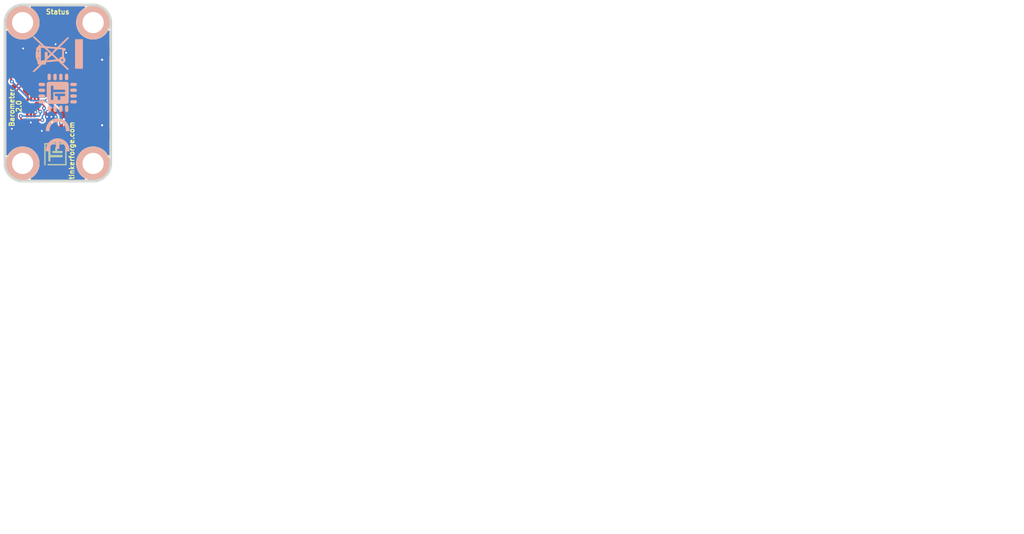
<source format=kicad_pcb>
(kicad_pcb (version 20221018) (generator pcbnew)
  (title_block (title "Barometric Pressure Bricklet") (date "2017-09-14") (rev "2.0") (company "Tinkerforge GmbH") (comment 1 "Licensed under CERN OHL v.1.1") (comment 2 "Copyright (©) 2017, L.Lauer <lukas@tinkerforge.com>"))
  (layers (0 "F.Cu" signal "Vorderseite") (31 "B.Cu" signal "Rückseite") (34 "B.Paste" user) (35 "F.Paste" user) (36 "B.SilkS" user "B.Silkscreen") (37 "F.SilkS" user "F.Silkscreen") (38 "B.Mask" user) (39 "F.Mask" user) (44 "Edge.Cuts" user))
  (net 0 "")
  (net 1 "GND")
  (net 2 "VCC")
  (net 3 "Net-(P1-Pad6)")
  (net 4 "Net-(C1-Pad1)")
  (net 5 "Net-(D1-Pad2)")
  (net 6 "Net-(P1-Pad4)")
  (net 7 "Net-(P1-Pad5)")
  (net 8 "Net-(P2-Pad1)")
  (net 9 "Net-(R1-Pad1)")
  (net 10 "S-MISO")
  (net 11 "S-MOSI")
  (net 12 "S-CLK")
  (net 13 "S-CS")
  (net 14 "M-MISO")
  (net 15 "M-MOSI")
  (net 16 "M-CLK")
  (net 17 "M-CS")
  (net 18 "Net-(RP2-Pad5)")
  (net 19 "Net-(RP2-Pad6)")
  (net 20 "Net-(RP2-Pad7)")
  (net 21 "Net-(RP2-Pad8)")
  (net 22 "Net-(P3-Pad2)")
  (net 23 "INT")
  (footprint "kicad-libraries:Logo_31x31" (layer "F.Cu") (at 145.9 113.4 90)
    (fp_text reference "G***" hide)
    (fp_text value "Logo_31x31" hide)
  )
  (footprint "kicad-libraries:Fiducial_Mark" (layer "F.Cu") (at 149.3 95.6)
    (fp_text reference "Fiducial_Mark" hide)
    (fp_text value "VAL**" hide)
    (pad "1" smd circle (at 0 0) (size 1.00076 1.00076) (layers "F.Cu" "F.Paste" "F.Mask") (clearance 0.65024))
  )
  (footprint "kicad-libraries:Fiducial_Mark" (layer "F.Cu") (at 147.3 114.6)
    (fp_text reference "Fiducial_Mark" hide)
    (fp_text value "VAL**" hide)
    (pad "1" smd circle (at 0 0) (size 1.00076 1.00076) (layers "F.Cu" "F.Paste" "F.Mask") (clearance 0.65024))
  )
  (footprint "kicad-libraries:DEBUG_PAD" (layer "F.Cu") (at 141.62 102.22)
    (fp_text reference "P2")
    (fp_text value "CONN_01X01")
    (pad "1" smd circle (at 0 0) (size 0.7 0.7) (layers "F.Cu" "F.Paste" "F.Mask") (net 8 "Net-(P2-Pad1)"))
  )
  (footprint "kicad-libraries:QFN24-4x4mm-0.5mm" (layer "F.Cu") (at 144.3 100.1 -135)
    (fp_text reference "U1")
    (fp_text value "XMC11XX24")
    (pad "1" smd oval (at -2.025 -1.25 225) (size 1 0.3) (layers "F.Cu" "F.Paste" "F.Mask") (net 10 "S-MISO"))
    (pad "2" smd oval (at -2.025 -0.75 225) (size 1 0.3) (layers "F.Cu" "F.Paste" "F.Mask"))
    (pad "3" smd oval (at -2.025 -0.25 225) (size 1 0.3) (layers "F.Cu" "F.Paste" "F.Mask"))
    (pad "4" smd oval (at -2.025 0.25 225) (size 1 0.3) (layers "F.Cu" "F.Paste" "F.Mask") (net 22 "Net-(P3-Pad2)"))
    (pad "5" smd oval (at -2.025 0.75 225) (size 1 0.3) (layers "F.Cu" "F.Paste" "F.Mask"))
    (pad "6" smd oval (at -2.025 1.25 225) (size 1 0.3) (layers "F.Cu" "F.Paste" "F.Mask"))
    (pad "7" smd oval (at -1.25 2.025 315) (size 1 0.3) (layers "F.Cu" "F.Paste" "F.Mask") (net 9 "Net-(R1-Pad1)"))
    (pad "8" smd oval (at -0.75 2.025 315) (size 1 0.3) (layers "F.Cu" "F.Paste" "F.Mask"))
    (pad "9" smd oval (at -0.25 2.025 315) (size 1 0.3) (layers "F.Cu" "F.Paste" "F.Mask") (net 1 "GND"))
    (pad "10" smd oval (at 0.25 2.025 315) (size 1 0.3) (layers "F.Cu" "F.Paste" "F.Mask") (net 2 "VCC"))
    (pad "11" smd oval (at 0.75 2.025 315) (size 1 0.3) (layers "F.Cu" "F.Paste" "F.Mask"))
    (pad "12" smd oval (at 1.25 2.025 315) (size 1 0.3) (layers "F.Cu" "F.Paste" "F.Mask"))
    (pad "13" smd oval (at 2.025 1.25 225) (size 1 0.3) (layers "F.Cu" "F.Paste" "F.Mask"))
    (pad "14" smd oval (at 2.025 0.75 225) (size 1 0.3) (layers "F.Cu" "F.Paste" "F.Mask"))
    (pad "15" smd oval (at 2.025 0.25 225) (size 1 0.3) (layers "F.Cu" "F.Paste" "F.Mask") (net 8 "Net-(P2-Pad1)"))
    (pad "16" smd oval (at 2.025 -0.25 225) (size 1 0.3) (layers "F.Cu" "F.Paste" "F.Mask") (net 23 "INT"))
    (pad "17" smd oval (at 2.025 -0.75 225) (size 1 0.3) (layers "F.Cu" "F.Paste" "F.Mask") (net 21 "Net-(RP2-Pad8)"))
    (pad "18" smd oval (at 2.025 -1.25 225) (size 1 0.3) (layers "F.Cu" "F.Paste" "F.Mask") (net 20 "Net-(RP2-Pad7)"))
    (pad "19" smd oval (at 1.25 -2.025 315) (size 1 0.3) (layers "F.Cu" "F.Paste" "F.Mask") (net 19 "Net-(RP2-Pad6)"))
    (pad "20" smd oval (at 0.75 -2.025 315) (size 1 0.3) (layers "F.Cu" "F.Paste" "F.Mask") (net 18 "Net-(RP2-Pad5)"))
    (pad "21" smd oval (at 0.25 -2.025 315) (size 1 0.3) (layers "F.Cu" "F.Paste" "F.Mask"))
    (pad "22" smd oval (at -0.25 -2.025 315) (size 1 0.3) (layers "F.Cu" "F.Paste" "F.Mask") (net 13 "S-CS"))
    (pad "23" smd oval (at -0.75 -2.025 315) (size 1 0.3) (layers "F.Cu" "F.Paste" "F.Mask") (net 12 "S-CLK"))
    (pad "24" smd oval (at -1.25 -2.025 315) (size 1 0.3) (layers "F.Cu" "F.Paste" "F.Mask") (net 11 "S-MOSI"))
    (pad "EXP" smd rect (at -0.65 -0.65 225) (size 1.3 1.3) (layers "F.Cu" "F.Paste" "F.Mask") (net 1 "GND"))
    (pad "EXP" smd rect (at -0.65 0.65 225) (size 1.3 1.3) (layers "F.Cu" "F.Paste" "F.Mask") (net 1 "GND"))
    (pad "EXP" smd rect (at 0.65 -0.65 225) (size 1.3 1.3) (layers "F.Cu" "F.Paste" "F.Mask") (net 1 "GND"))
    (pad "EXP" smd rect (at 0.65 0.65 225) (size 1.3 1.3) (layers "F.Cu" "F.Paste" "F.Mask") (net 1 "GND"))
  )
  (footprint "kicad-libraries:C0805" (layer "F.Cu") (at 148.7 105.2 -90)
    (fp_text reference "C2")
    (fp_text value "10uF")
    (pad "1" smd rect (at -1.00076 0 270) (size 1.00076 1.24968) (layers "F.Cu" "F.Paste" "F.Mask") (net 2 "VCC") (clearance 0.14986))
    (pad "2" smd rect (at 1.00076 0 270) (size 1.00076 1.24968) (layers "F.Cu" "F.Paste" "F.Mask") (net 1 "GND") (clearance 0.14986))
  )
  (footprint "kicad-libraries:C0603F" (layer "F.Cu") (at 147.2 105 -90)
    (fp_text reference "C3")
    (fp_text value "1uF")
    (pad "1" smd rect (at -0.75 0 270) (size 0.9 0.9) (layers "F.Cu" "F.Paste" "F.Mask") (net 2 "VCC"))
    (pad "2" smd rect (at 0.75 0 270) (size 0.9 0.9) (layers "F.Cu" "F.Paste" "F.Mask") (net 1 "GND"))
  )
  (footprint "kicad-libraries:C0603F" (layer "F.Cu") (at 147 108.8 -90)
    (fp_text reference "C7")
    (fp_text value "1uF")
    (pad "1" smd rect (at -0.75 0 270) (size 0.9 0.9) (layers "F.Cu" "F.Paste" "F.Mask") (net 1 "GND"))
    (pad "2" smd rect (at 0.75 0 270) (size 0.9 0.9) (layers "F.Cu" "F.Paste" "F.Mask") (net 2 "VCC"))
  )
  (footprint "kicad-libraries:D0603E" (layer "F.Cu") (at 147.8 92.8)
    (fp_text reference "D1")
    (fp_text value "blue")
    (pad "1" smd rect (at -0.8501 0) (size 1.1 1) (layers "F.Cu" "F.Paste" "F.Mask") (net 2 "VCC"))
    (pad "2" smd rect (at 0.8501 0) (size 1.1 1) (layers "F.Cu" "F.Paste" "F.Mask") (net 5 "Net-(D1-Pad2)"))
  )
  (footprint "kicad-libraries:CON-SENSOR2" (layer "F.Cu") (at 155.3 103.1 90)
    (fp_text reference "P1")
    (fp_text value "CON-SENSOR2")
    (pad "1" smd rect (at -3.75 -4.6 90) (size 0.6 1.8) (layers "F.Cu" "F.Paste" "F.Mask"))
    (pad "2" smd rect (at -2.5 -4.6 90) (size 0.6 1.8) (layers "F.Cu" "F.Paste" "F.Mask") (net 1 "GND"))
    (pad "3" smd rect (at -1.25 -4.6 90) (size 0.6 1.8) (layers "F.Cu" "F.Paste" "F.Mask") (net 2 "VCC"))
    (pad "4" smd rect (at 0 -4.6 90) (size 0.6 1.8) (layers "F.Cu" "F.Paste" "F.Mask") (net 6 "Net-(P1-Pad4)"))
    (pad "5" smd rect (at 1.25 -4.6 90) (size 0.6 1.8) (layers "F.Cu" "F.Paste" "F.Mask") (net 7 "Net-(P1-Pad5)"))
    (pad "6" smd rect (at 2.5 -4.6 90) (size 0.6 1.8) (layers "F.Cu" "F.Paste" "F.Mask") (net 3 "Net-(P1-Pad6)"))
    (pad "7" smd rect (at 3.75 -4.6 90) (size 0.6 1.8) (layers "F.Cu" "F.Paste" "F.Mask") (net 4 "Net-(C1-Pad1)"))
    (pad "EP" smd rect (at -5.9 -1.2 90) (size 1.4 2.4) (layers "F.Cu" "F.Paste" "F.Mask") (net 1 "GND"))
    (pad "EP" smd rect (at 5.9 -1.2 90) (size 1.4 2.4) (layers "F.Cu" "F.Paste" "F.Mask") (net 1 "GND"))
  )
  (footprint "kicad-libraries:SolderJumper" (layer "F.Cu") (at 147.5 97.2 -90)
    (fp_text reference "P3")
    (fp_text value "BOOT")
    (pad "1" smd rect (at -0.5 0 270) (size 0.4 1.4) (layers "F.Cu" "F.Mask") (net 1 "GND"))
    (pad "1" smd rect (at -0.225 -0.55 270) (size 0.95 0.3) (layers "F.Cu" "F.Mask") (net 1 "GND"))
    (pad "1" smd rect (at -0.225 0.55 270) (size 0.95 0.3) (layers "F.Cu" "F.Mask") (net 1 "GND"))
    (pad "2" smd rect (at 0.15 0 270) (size 0.6 0.5) (layers "F.Cu" "F.Mask") (net 22 "Net-(P3-Pad2)"))
    (pad "2" smd rect (at 0.55 0 270) (size 0.3 1.4) (layers "F.Cu" "F.Mask") (net 22 "Net-(P3-Pad2)"))
  )
  (footprint "kicad-libraries:4X0402" (layer "F.Cu") (at 148.3 101.2 90)
    (fp_text reference "RP1")
    (fp_text value "82")
    (pad "1" smd rect (at -0.7493 0.575 270) (size 0.29972 0.65) (layers "F.Cu" "F.Paste" "F.Mask") (net 6 "Net-(P1-Pad4)"))
    (pad "2" smd rect (at -0.24892 0.575 270) (size 0.29972 0.65) (layers "F.Cu" "F.Paste" "F.Mask") (net 7 "Net-(P1-Pad5)"))
    (pad "3" smd rect (at 0.24892 0.575 270) (size 0.29972 0.65) (layers "F.Cu" "F.Paste" "F.Mask") (net 3 "Net-(P1-Pad6)"))
    (pad "4" smd rect (at 0.7493 0.575 270) (size 0.29972 0.65) (layers "F.Cu" "F.Paste" "F.Mask") (net 4 "Net-(C1-Pad1)"))
    (pad "5" smd rect (at 0.7493 -0.575 90) (size 0.29972 0.65) (layers "F.Cu" "F.Paste" "F.Mask") (net 10 "S-MISO"))
    (pad "6" smd rect (at 0.24892 -0.575 90) (size 0.29972 0.65) (layers "F.Cu" "F.Paste" "F.Mask") (net 11 "S-MOSI"))
    (pad "7" smd rect (at -0.24892 -0.575 90) (size 0.29972 0.65) (layers "F.Cu" "F.Paste" "F.Mask") (net 12 "S-CLK"))
    (pad "8" smd rect (at -0.7493 -0.575 90) (size 0.29972 0.65) (layers "F.Cu" "F.Paste" "F.Mask") (net 13 "S-CS"))
  )
  (footprint "kicad-libraries:HLGA-10L" (layer "F.Cu") (at 144 107.2)
    (fp_text reference "U2")
    (fp_text value "LPS22HB")
    (pad "1" smd rect (at 0.91 0.25 90) (size 0.35 0.575) (layers "F.Cu" "F.Paste" "F.Mask") (net 2 "VCC"))
    (pad "2" smd rect (at 0.91 -0.25 90) (size 0.35 0.575) (layers "F.Cu" "F.Paste" "F.Mask") (net 16 "M-CLK"))
    (pad "3" smd rect (at 0.5 -0.91) (size 0.35 0.575) (layers "F.Cu" "F.Paste" "F.Mask") (net 1 "GND"))
    (pad "4" smd rect (at 0 -0.91) (size 0.35 0.575) (layers "F.Cu" "F.Paste" "F.Mask") (net 15 "M-MOSI"))
    (pad "5" smd rect (at -0.5 -0.91) (size 0.35 0.575) (layers "F.Cu" "F.Paste" "F.Mask") (net 14 "M-MISO"))
    (pad "6" smd rect (at -0.91 -0.25 90) (size 0.35 0.575) (layers "F.Cu" "F.Paste" "F.Mask") (net 17 "M-CS"))
    (pad "7" smd rect (at -0.91 0.25 90) (size 0.35 0.575) (layers "F.Cu" "F.Paste" "F.Mask") (net 23 "INT"))
    (pad "8" smd rect (at -0.5 0.91) (size 0.35 0.575) (layers "F.Cu" "F.Paste" "F.Mask") (net 1 "GND"))
    (pad "9" smd rect (at 0 0.91) (size 0.35 0.575) (layers "F.Cu" "F.Paste" "F.Mask") (net 1 "GND"))
    (pad "10" smd rect (at 0.5 0.91) (size 0.35 0.575) (layers "F.Cu" "F.Paste" "F.Mask") (net 2 "VCC"))
  )
  (footprint "kicad-libraries:DRILL_NP" (layer "F.Cu") (at 152.82418 93.12402)
    (fp_text reference "U3" hide)
    (fp_text value "DRILL" hide)
    (pad "" np_thru_hole circle (at 0 0) (size 2.99974 2.99974) (drill 2.99974) (layers "*.Cu" "*.Mask" "F.SilkS") (clearance 0.89916))
  )
  (footprint "kicad-libraries:DRILL_NP" (layer "F.Cu") (at 152.82418 113.12398 90)
    (fp_text reference "U4" hide)
    (fp_text value "DRILL" hide)
    (pad "" np_thru_hole circle (at 0 0 90) (size 2.99974 2.99974) (drill 2.99974) (layers "*.Cu" "*.Mask" "F.SilkS") (clearance 0.89916))
  )
  (footprint "kicad-libraries:DRILL_NP" (layer "F.Cu") (at 142.8242 113.12398)
    (fp_text reference "U5" hide)
    (fp_text value "DRILL" hide)
    (pad "" np_thru_hole circle (at 0 0) (size 2.99974 2.99974) (drill 2.99974) (layers "*.Cu" "*.Mask" "F.SilkS") (clearance 0.89916))
  )
  (footprint "kicad-libraries:DRILL_NP" (layer "F.Cu") (at 142.8242 93.12402 90)
    (fp_text reference "U6" hide)
    (fp_text value "DRILL" hide)
    (pad "" np_thru_hole circle (at 0 0 90) (size 2.99974 2.99974) (drill 2.99974) (layers "*.Cu" "*.Mask" "F.SilkS") (clearance 0.89916))
  )
  (footprint "kicad-libraries:4X0402" (layer "F.Cu") (at 144.3 104.5)
    (fp_text reference "RP2")
    (fp_text value "82")
    (pad "1" smd rect (at -0.7493 0.575 180) (size 0.29972 0.65) (layers "F.Cu" "F.Paste" "F.Mask") (net 14 "M-MISO"))
    (pad "2" smd rect (at -0.24892 0.575 180) (size 0.29972 0.65) (layers "F.Cu" "F.Paste" "F.Mask") (net 15 "M-MOSI"))
    (pad "3" smd rect (at 0.24892 0.575 180) (size 0.29972 0.65) (layers "F.Cu" "F.Paste" "F.Mask") (net 16 "M-CLK"))
    (pad "4" smd rect (at 0.7493 0.575 180) (size 0.29972 0.65) (layers "F.Cu" "F.Paste" "F.Mask") (net 17 "M-CS"))
    (pad "5" smd rect (at 0.7493 -0.575) (size 0.29972 0.65) (layers "F.Cu" "F.Paste" "F.Mask") (net 18 "Net-(RP2-Pad5)"))
    (pad "6" smd rect (at 0.24892 -0.575) (size 0.29972 0.65) (layers "F.Cu" "F.Paste" "F.Mask") (net 19 "Net-(RP2-Pad6)"))
    (pad "7" smd rect (at -0.24892 -0.575) (size 0.29972 0.65) (layers "F.Cu" "F.Paste" "F.Mask") (net 20 "Net-(RP2-Pad7)"))
    (pad "8" smd rect (at -0.7493 -0.575) (size 0.29972 0.65) (layers "F.Cu" "F.Paste" "F.Mask") (net 21 "Net-(RP2-Pad8)"))
  )
  (footprint "kicad-libraries:R0603F" (layer "F.Cu") (at 146.9 95.2 45)
    (fp_text reference "R1")
    (fp_text value "1k")
    (pad "1" smd rect (at -0.75 0 45) (size 0.9 0.9) (layers "F.Cu" "F.Paste" "F.Mask") (net 9 "Net-(R1-Pad1)"))
    (pad "2" smd rect (at 0.75 0 45) (size 0.9 0.9) (layers "F.Cu" "F.Paste" "F.Mask") (net 5 "Net-(D1-Pad2)"))
  )
  (footprint "kicad-libraries:C0402F" (layer "F.Cu") (at 149 98.7 90)
    (fp_text reference "C1")
    (fp_text value "220pF")
    (pad "1" smd rect (at -0.5 0 90) (size 0.6 0.7) (layers "F.Cu" "F.Paste" "F.Mask") (net 4 "Net-(C1-Pad1)"))
    (pad "2" smd rect (at 0.5 0 90) (size 0.6 0.7) (layers "F.Cu" "F.Paste" "F.Mask") (net 1 "GND"))
  )
  (footprint "kicad-libraries:C0402F" (layer "F.Cu") (at 141.9 97.8 -135)
    (fp_text reference "C4")
    (fp_text value "100n")
    (pad "1" smd rect (at -0.5 0 225) (size 0.6 0.7) (layers "F.Cu" "F.Paste" "F.Mask") (net 1 "GND"))
    (pad "2" smd rect (at 0.5 0 225) (size 0.6 0.7) (layers "F.Cu" "F.Paste" "F.Mask") (net 2 "VCC"))
  )
  (footprint "kicad-libraries:C0402F" (layer "F.Cu") (at 142 109.1)
    (fp_text reference "C5")
    (fp_text value "100nF")
    (pad "1" smd rect (at -0.5 0) (size 0.6 0.7) (layers "F.Cu" "F.Paste" "F.Mask") (net 1 "GND"))
    (pad "2" smd rect (at 0.5 0) (size 0.6 0.7) (layers "F.Cu" "F.Paste" "F.Mask") (net 2 "VCC"))
  )
  (footprint "kicad-libraries:C0402F" (layer "F.Cu") (at 145.05 109.15)
    (fp_text reference "C6")
    (fp_text value "100nF")
    (pad "1" smd rect (at -0.5 0) (size 0.6 0.7) (layers "F.Cu" "F.Paste" "F.Mask") (net 2 "VCC"))
    (pad "2" smd rect (at 0.5 0) (size 0.6 0.7) (layers "F.Cu" "F.Paste" "F.Mask") (net 1 "GND"))
  )
  (footprint "kicad-libraries:CE_5mm" (layer "B.Cu") (at 147.8 109.1 -90)
    (fp_text reference "VAL" hide)
    (fp_text value "CE_5mm" hide)
  )
  (footprint "kicad-libraries:Logo_CoMCU" (layer "B.Cu") (at 147.8 103.1 -90)
    (fp_text reference "G***" hide)
    (fp_text value "LOGO" hide)
  )
  (footprint "kicad-libraries:WEEE_7mm" (layer "B.Cu") (at 147.8 97.6 -90)
    (fp_text reference "VAL" hide)
    (fp_text value "WEEE_7mm" hide)
  )
  (gr_arc (start 155.32608 113.12398) (mid 154.594034 114.891294) (end 152.82672 115.62334) (stroke (width 0.381)) (layer "Edge.Cuts"))
  (gr_arc (start 152.82672 90.62212) (mid 154.59583 91.35491) (end 155.32862 93.12402) (stroke (width 0.381)) (layer "Edge.Cuts"))
  (gr_line (start 155.32608 113.12398) (end 155.32608 93.12402) (stroke (width 0.381)) (layer "Edge.Cuts"))
  (gr_line (start 140.32738 93.12402) (end 140.32738 113.12398) (stroke (width 0.381)) (layer "Edge.Cuts"))
  (gr_arc (start 140.32738 93.12402) (mid 141.059426 91.356706) (end 142.82674 90.62466) (stroke (width 0.381)) (layer "Edge.Cuts"))
  (gr_line (start 152.82672 90.62212) (end 142.82674 90.62212) (stroke (width 0.381)) (layer "Edge.Cuts"))
  (gr_line (start 142.82674 115.62334) (end 152.82672 115.62334) (stroke (width 0.381)) (layer "Edge.Cuts"))
  (gr_arc (start 142.82674 115.62334) (mid 141.059426 114.891294) (end 140.32738 113.12398) (stroke (width 0.381)) (layer "Edge.Cuts"))
  (gr_text "2.0" (at 142.3 105 90) (layer "F.SilkS") (effects (font (size 0.7 0.7))))
  (gr_text "Status" (at 147.8 91.6) (layer "F.SilkS") (effects (font (size 0.7 0.7))))
  (gr_text "tinkerforge.com" (at 149.8 111.3 90) (layer "F.SilkS") (effects (font (size 0.7 0.7))))
  (gr_text "Barometer" (at 141.3 105.2 90) (layer "F.SilkS") (effects (font (size 0.7 0.7))))
  (segment (start 150 105.6) (end 149.39924 106.20076) (width 0.55) (layer "F.Cu") (net 1))
  (segment (start 149.39924 106.20076) (end 148.7 106.20076) (width 0.55) (layer "F.Cu") (net 1))
  (segment (start 148.30076 106.20076) (end 147.85 105.75) (width 0.55) (layer "F.Cu") (net 1))
  (segment (start 147.85 105.75) (end 147.2 105.75) (width 0.55) (layer "F.Cu") (net 1))
  (segment (start 147.5 106.5) (end 147.2 106.2) (width 0.55) (layer "F.Cu") (net 1))
  (segment (start 146.3 105.9) (end 146.4 105.8) (width 0.55) (layer "F.Cu") (net 1))
  (segment (start 147.15 105.8) (end 147.2 105.75) (width 0.55) (layer "F.Cu") (net 1))
  (segment (start 146.45 106.5) (end 147.2 105.75) (width 0.55) (layer "F.Cu") (net 1))
  (segment (start 141.35 108.25) (end 141.3 108.2) (width 0.59944) (layer "F.Cu") (net 1))
  (segment (start 143.044885 98.444885) (end 142.359619 97.759619) (width 0.25) (layer "F.Cu") (net 1))
  (segment (start 142.359619 97.759619) (end 142.359619 97.340381) (width 0.25) (layer "F.Cu") (net 1))
  (segment (start 143.734314 99.180761) (end 143.044885 98.491332) (width 0.25) (layer "F.Cu") (net 1))
  (segment (start 148.05 96.75) (end 148 96.7) (width 0.29972) (layer "F.Cu") (net 1))
  (segment (start 148 96.7) (end 147.5 96.7) (width 0.29972) (layer "F.Cu") (net 1))
  (segment (start 145 100.1) (end 144.3 100.8) (width 0.29972) (layer "F.Cu") (net 1))
  (segment (start 144.3 100.8) (end 144 100.8) (width 0.29972) (layer "F.Cu") (net 1))
  (segment (start 144 100.8) (end 143.1 99.9) (width 0.29972) (layer "F.Cu") (net 1))
  (segment (start 143.1 99.9) (end 144.1 98.9) (width 0.29972) (layer "F.Cu") (net 1))
  (segment (start 144.1 98.9) (end 144.3 99.180761) (width 0.29972) (layer "F.Cu") (net 1))
  (segment (start 144 108.01) (end 143.99 108) (width 0.25) (layer "F.Cu") (net 1))
  (segment (start 143.99 108) (end 143.99 107.31) (width 0.2) (layer "F.Cu") (net 1))
  (segment (start 144.5 105.97) (end 144.64 105.83) (width 0.2) (layer "F.Cu") (net 1))
  (segment (start 146.95 96.7) (end 147.5 96.7) (width 0.2) (layer "F.Cu") (net 1))
  (segment (start 146.9 106.5) (end 147.5 106.5) (width 0.55) (layer "F.Cu") (net 1))
  (segment (start 146.95 96.975) (end 146.95 96.7) (width 0.2) (layer "F.Cu") (net 1))
  (segment (start 150.7 105.6) (end 150 105.6) (width 0.55) (layer "F.Cu") (net 1))
  (segment (start 154.1 109) (end 154.1 107.7) (width 0.8001) (layer "F.Cu") (net 1))
  (segment (start 146.3 106.5) (end 146.9 106.5) (width 0.55) (layer "F.Cu") (net 1))
  (segment (start 141.35 109.1) (end 141.35 108.25) (width 0.59944) (layer "F.Cu") (net 1))
  (segment (start 145.55 109.15) (end 145.55 108.5) (width 0.55) (layer "F.Cu") (net 1))
  (segment (start 149 98.05) (end 149 97.4) (width 0.55) (layer "F.Cu") (net 1))
  (segment (start 146.3 106.5) (end 146.3 105.9) (width 0.55) (layer "F.Cu") (net 1))
  (segment (start 147 108.05) (end 147 107.3) (width 0.29972) (layer "F.Cu") (net 1))
  (segment (start 148.7 106.20076) (end 148.30076 106.20076) (width 0.55) (layer "F.Cu") (net 1))
  (segment (start 147.2 105.75) (end 147.2 106.2) (width 0.55) (layer "F.Cu") (net 1))
  (segment (start 154.1 97.2) (end 154.1 98.4) (width 0.8001) (layer "F.Cu") (net 1))
  (segment (start 147.5 96.7) (end 147.5 96.2) (width 0.29972) (layer "F.Cu") (net 1))
  (segment (start 143.5 108.01) (end 144 108.01) (width 0.2) (layer "F.Cu") (net 1))
  (segment (start 144.3 99.180761) (end 143.734314 99.180761) (width 0.25) (layer "F.Cu") (net 1))
  (segment (start 147.5 96.7) (end 147.5 96.2) (width 0.29972) (layer "F.Cu") (net 1))
  (segment (start 143.044885 98.491332) (end 143.044885 98.444885) (width 0.25) (layer "F.Cu") (net 1))
  (segment (start 144.5 106.39) (end 144.5 105.97) (width 0.2) (layer "F.Cu") (net 1))
  (segment (start 145.219239 100.1) (end 145 100.1) (width 0.29972) (layer "F.Cu") (net 1))
  (segment (start 148.05 96.975) (end 148.05 96.75) (width 0.29972) (layer "F.Cu") (net 1))
  (segment (start 146.3 106.5) (end 146.45 106.5) (width 0.55) (layer "F.Cu") (net 1))
  (segment (start 142.359619 97.340381) (end 142.9 96.8) (width 0.55) (layer "F.Cu") (net 1))
  (segment (start 147.15 105.8) (end 146.4 105.8) (width 0.55) (layer "F.Cu") (net 1))
  (via (at 143.99 107.31) (size 0.55) (drill 0.25) (layers "F.Cu" "B.Cu") (net 1))
  (via (at 146.9 106.5) (size 0.55) (drill 0.25) (layers "F.Cu" "B.Cu") (net 1))
  (via (at 147.5 96.2) (size 0.55) (drill 0.25) (layers "F.Cu" "B.Cu") (net 1))
  (via (at 146.4 105.8) (size 0.55) (drill 0.25) (layers "F.Cu" "B.Cu") (net 1))
  (via (at 145.55 108.5) (size 0.70104) (drill 0.24892) (layers "F.Cu" "B.Cu") (net 1))
  (via (at 146.3 106.5) (size 0.55) (drill 0.25) (layers "F.Cu" "B.Cu") (net 1))
  (via (at 154.1 107.7) (size 0.7) (drill 0.3) (layers "F.Cu" "B.Cu") (net 1))
  (via (at 141.3 108.2) (size 0.55) (drill 0.25) (layers "F.Cu" "B.Cu") (net 1))
  (via (at 147 107.3) (size 0.55) (drill 0.25) (layers "F.Cu" "B.Cu") (net 1))
  (via (at 142.9 96.8) (size 0.55) (drill 0.25) (layers "F.Cu" "B.Cu") (net 1))
  (via (at 154.1 98.4) (size 0.7) (drill 0.3) (layers "F.Cu" "B.Cu") (net 1))
  (via (at 147.5 106.5) (size 0.55) (drill 0.25) (layers "F.Cu" "B.Cu") (net 1))
  (via (at 149 97.4) (size 0.55) (drill 0.25) (layers "F.Cu" "B.Cu") (net 1))
  (via (at 144.64 105.83) (size 0.55) (drill 0.25) (layers "F.Cu" "B.Cu") (net 1))
  (segment (start 148.85076 104.35) (end 148.7 104.19924) (width 0.55) (layer "F.Cu") (net 2))
  (segment (start 147.25076 104.19924) (end 147.2 104.25) (width 0.55) (layer "F.Cu") (net 2))
  (segment (start 142.65 109.55) (end 143.6 110.5) (width 0.5) (layer "F.Cu") (net 2))
  (segment (start 143.6 110.5) (end 144.2 110.5) (width 0.5) (layer "F.Cu") (net 2))
  (segment (start 144.15 110.5) (end 144.2 110.5) (width 0.5) (layer "F.Cu") (net 2))
  (segment (start 146.3 104.2) (end 146.35 104.25) (width 0.5) (layer "F.Cu") (net 2))
  (segment (start 146.35 104.25) (end 147.2 104.25) (width 0.5) (layer "F.Cu") (net 2))
  (segment (start 142.644885 98.844885) (end 142.3 98.5) (width 0.25) (layer "F.Cu") (net 2))
  (segment (start 142.3 98.5) (end 141.680762 98.5) (width 0.25) (layer "F.Cu") (net 2))
  (segment (start 141.680762 98.5) (end 141.440381 98.259619) (width 0.25) (layer "F.Cu") (net 2))
  (segment (start 141.440381 98.040381) (end 141.1 97.7) (width 0.25) (layer "F.Cu") (net 2))
  (segment (start 141.1 97.7) (end 141.1 97.4) (width 0.25) (layer "F.Cu") (net 2))
  (segment (start 141.1 97.4) (end 142.5 96) (width 0.25) (layer "F.Cu") (net 2))
  (segment (start 142.5 96) (end 144.6 96) (width 0.25) (layer "F.Cu") (net 2))
  (segment (start 144.6 96) (end 146.9499 93.6501) (width 0.25) (layer "F.Cu") (net 2))
  (segment (start 146.9499 93.6501) (end 146.9499 92.8) (width 0.25) (layer "F.Cu") (net 2))
  (segment (start 146.4 110.5) (end 147 109.9) (width 0.5) (layer "F.Cu") (net 2))
  (segment (start 147 109.9) (end 147 109.55) (width 0.5) (layer "F.Cu") (net 2))
  (segment (start 147 109.55) (end 147.05 109.5) (width 0.5) (layer "F.Cu") (net 2))
  (segment (start 147.05 109.5) (end 147.7 109.5) (width 0.5) (layer "F.Cu") (net 2))
  (segment (start 147.7 109.5) (end 148.3 108.9) (width 0.5) (layer "F.Cu") (net 2))
  (segment (start 148.3 108.9) (end 148.3 107.4) (width 0.5) (layer "F.Cu") (net 2))
  (segment (start 141.3 101.5) (end 141.2 101.4) (width 0.25) (layer "F.Cu") (net 2))
  (segment (start 141.2 101.4) (end 141.2 98.5) (width 0.25) (layer "F.Cu") (net 2))
  (segment (start 141.2 98.5) (end 141.440381 98.259619) (width 0.25) (layer "F.Cu") (net 2))
  (segment (start 144.54 110.5) (end 146.4 110.5) (width 0.5) (layer "F.Cu") (net 2))
  (segment (start 144.54 108.89) (end 144.51 108.86) (width 0.2) (layer "F.Cu") (net 2))
  (segment (start 144.5 108.85) (end 144.51 108.86) (width 0.2) (layer "F.Cu") (net 2))
  (segment (start 144.86 108.01) (end 145.01 108.01) (width 0.2) (layer "F.Cu") (net 2))
  (segment (start 145.01 108.01) (end 145.19 107.83) (width 0.2) (layer "F.Cu") (net 2))
  (segment (start 145.19 107.83) (end 145.19 107.58) (width 0.2) (layer "F.Cu") (net 2))
  (segment (start 145.19 107.58) (end 145.06 107.45) (width 0.2) (layer "F.Cu") (net 2))
  (segment (start 145.06 107.45) (end 144.81 107.45) (width 0.2) (layer "F.Cu") (net 2))
  (segment (start 144.15 110.5) (end 144.54 110.5) (width 0.5) (layer "F.Cu") (net 2))
  (segment (start 148.7 104.19924) (end 147.25076 104.19924) (width 0.55) (layer "F.Cu") (net 2))
  (segment (start 144.5 108.01) (end 144.5 108.85) (width 0.2) (layer "F.Cu") (net 2))
  (segment (start 141.440381 98.259619) (end 141.440381 98.140381) (width 0.25) (layer "F.Cu") (net 2))
  (segment (start 144.5 108.01) (end 144.86 108.01) (width 0.2) (layer "F.Cu") (net 2))
  (segment (start 150.7 104.35) (end 148.85076 104.35) (width 0.55) (layer "F.Cu") (net 2))
  (segment (start 142.65 109.1) (end 142.65 109.55) (width 0.5) (layer "F.Cu") (net 2))
  (segment (start 142.691332 98.844885) (end 142.644885 98.844885) (width 0.25) (layer "F.Cu") (net 2))
  (segment (start 144.54 110.5) (end 144.54 108.89) (width 0.2) (layer "F.Cu") (net 2))
  (segment (start 141.440381 98.259619) (end 141.440381 98.040381) (width 0.25) (layer "F.Cu") (net 2))
  (via (at 148.3 107.4) (size 0.55) (drill 0.25) (layers "F.Cu" "B.Cu") (net 2))
  (via (at 146.3 104.2) (size 0.55) (drill 0.25) (layers "F.Cu" "B.Cu") (net 2))
  (via (at 141.3 101.5) (size 0.55) (drill 0.25) (layers "F.Cu" "B.Cu") (net 2))
  (segment (start 148.3 107.4) (end 148.3 106.2) (width 0.5) (layer "B.Cu") (net 2))
  (segment (start 148.3 106.2) (end 146.3 104.2) (width 0.5) (layer "B.Cu") (net 2))
  (segment (start 146.3 104.2) (end 146.3 104.2) (width 0.5) (layer "B.Cu") (net 2))
  (segment (start 144 104.2) (end 141.3 101.5) (width 0.25) (layer "B.Cu") (net 2))
  (segment (start 146.3 104.2) (end 144 104.2) (width 0.25) (layer "B.Cu") (net 2))
  (segment (start 149.9 100.6) (end 149.54892 100.95108) (width 0.25) (layer "F.Cu") (net 3))
  (segment (start 149.54892 100.95108) (end 148.875 100.95108) (width 0.25) (layer "F.Cu") (net 3))
  (segment (start 150.7 100.6) (end 149.9 100.6) (width 0.25) (layer "F.Cu") (net 3))
  (segment (start 148.8 100.3757) (end 148.875 100.4507) (width 0.25) (layer "F.Cu") (net 4))
  (segment (start 148.875 99.475) (end 149 99.35) (width 0.25) (layer "F.Cu") (net 4))
  (segment (start 148.875 100.4507) (end 148.875 99.475) (width 0.25) (layer "F.Cu") (net 4))
  (segment (start 150.7 99.35) (end 149 99.35) (width 0.25) (layer "F.Cu") (net 4))
  (segment (start 148.3 93.1501) (end 148.6501 92.8) (width 0.25) (layer "F.Cu") (net 5))
  (segment (start 148.3 93.8) (end 148.5 93.6) (width 0.25) (layer "F.Cu") (net 5))
  (segment (start 148.5 93.6) (end 148.5 92.9501) (width 0.25) (layer "F.Cu") (net 5))
  (segment (start 148.5 92.9501) (end 148.6501 92.8) (width 0.25) (layer "F.Cu") (net 5))
  (segment (start 147.43033 94.66967) (end 148.3 93.8) (width 0.25) (layer "F.Cu") (net 5))
  (segment (start 149.0493 101.9493) (end 149.4 102.3) (width 0.25) (layer "F.Cu") (net 6))
  (segment (start 149.4 102.3) (end 149.4 102.8) (width 0.25) (layer "F.Cu") (net 6))
  (segment (start 149.4 102.8) (end 149.7 103.1) (width 0.25) (layer "F.Cu") (net 6))
  (segment (start 149.7 103.1) (end 150.7 103.1) (width 0.25) (layer "F.Cu") (net 6))
  (segment (start 148.875 101.9493) (end 149.0493 101.9493) (width 0.25) (layer "F.Cu") (net 6))
  (segment (start 149.95 101.85) (end 149.54892 101.44892) (width 0.25) (layer "F.Cu") (net 7))
  (segment (start 149.54892 101.44892) (end 148.875 101.44892) (width 0.25) (layer "F.Cu") (net 7))
  (segment (start 150.7 101.85) (end 149.95 101.85) (width 0.25) (layer "F.Cu") (net 7))
  (segment (start 142.691332 101.368668) (end 141.84 102.22) (width 0.2) (layer "F.Cu") (net 8))
  (segment (start 141.84 102.22) (end 141.62 102.22) (width 0.2) (layer "F.Cu") (net 8))
  (segment (start 142.691332 101.355115) (end 142.691332 101.368668) (width 0.2) (layer "F.Cu") (net 8))
  (segment (start 143.751992 97.751992) (end 143.5 97.5) (width 0.25) (layer "F.Cu") (net 9))
  (segment (start 143.5 97.5) (end 143.5 97.1) (width 0.25) (layer "F.Cu") (net 9))
  (segment (start 143.5 97.1) (end 143.8 96.8) (width 0.25) (layer "F.Cu") (net 9))
  (segment (start 143.8 96.8) (end 145.3 96.8) (width 0.25) (layer "F.Cu") (net 9))
  (segment (start 145.3 96.8) (end 146.36967 95.73033) (width 0.25) (layer "F.Cu") (net 9))
  (segment (start 143.751992 97.784225) (end 143.751992 97.751992) (width 0.25) (layer "F.Cu") (net 9))
  (segment (start 146.615775 99.715775) (end 147.3507 100.4507) (width 0.25) (layer "F.Cu") (net 10))
  (segment (start 147.3507 100.4507) (end 147.725 100.4507) (width 0.25) (layer "F.Cu") (net 10))
  (segment (start 146.615775 99.551992) (end 146.615775 99.715775) (width 0.25) (layer "F.Cu") (net 10))
  (segment (start 146.818847 100.95108) (end 146.615775 100.748008) (width 0.25) (layer "F.Cu") (net 11))
  (segment (start 146.918847 100.95108) (end 146.615775 100.648008) (width 0.25) (layer "F.Cu") (net 11))
  (segment (start 147.725 100.95108) (end 146.918847 100.95108) (width 0.25) (layer "F.Cu") (net 11))
  (segment (start 146.70958 101.44892) (end 146.262221 101.001561) (width 0.25) (layer "F.Cu") (net 12))
  (segment (start 147.725 101.44892) (end 146.70958 101.44892) (width 0.25) (layer "F.Cu") (net 12))
  (segment (start 146.502853 101.9493) (end 145.908668 101.355115) (width 0.25) (layer "F.Cu") (net 13))
  (segment (start 147.725 101.9493) (end 146.502853 101.9493) (width 0.25) (layer "F.Cu") (net 13))
  (segment (start 143.5 105.92) (end 143.5507 105.8693) (width 0.2) (layer "F.Cu") (net 14))
  (segment (start 143.5507 105.8693) (end 143.5507 105.075) (width 0.2) (layer "F.Cu") (net 14))
  (segment (start 143.5 106.39) (end 143.5 105.92) (width 0.2) (layer "F.Cu") (net 14))
  (segment (start 144 105.8) (end 144.05108 105.74892) (width 0.2) (layer "F.Cu") (net 15))
  (segment (start 144.05108 105.74892) (end 144.05108 105.075) (width 0.2) (layer "F.Cu") (net 15))
  (segment (start 144 106.39) (end 144 105.8) (width 0.2) (layer "F.Cu") (net 15))
  (segment (start 144.54892 104.66108) (end 144.71 104.5) (width 0.2) (layer "F.Cu") (net 16))
  (segment (start 144.71 104.5) (end 145.39 104.5) (width 0.2) (layer "F.Cu") (net 16))
  (segment (start 145.39 104.5) (end 145.87 104.98) (width 0.2) (layer "F.Cu") (net 16))
  (segment (start 145.87 104.98) (end 145.87 105.28) (width 0.2) (layer "F.Cu") (net 16))
  (segment (start 145.62 106.95) (end 144.81 106.95) (width 0.2) (layer "F.Cu") (net 16))
  (segment (start 144.54892 105.075) (end 144.54892 104.66108) (width 0.2) (layer "F.Cu") (net 16))
  (via (at 145.87 105.28) (size 0.55) (drill 0.25) (layers "F.Cu" "B.Cu") (net 16))
  (via (at 145.62 106.95) (size 0.55) (drill 0.25) (layers "F.Cu" "B.Cu") (net 16))
  (segment (start 145.87 105.28) (end 145.87 106.17) (width 0.2) (layer "B.Cu") (net 16))
  (segment (start 145.87 106.17) (end 145.62 106.42) (width 0.2) (layer "B.Cu") (net 16))
  (segment (start 145.62 106.42) (end 145.62 106.95) (width 0.2) (layer "B.Cu") (net 16))
  (segment (start 145.0493 105.4793) (end 145.34 105.77) (width 0.2) (layer "F.Cu") (net 17))
  (segment (start 142.57 106.39) (end 142.57 106.77) (width 0.2) (layer "F.Cu") (net 17))
  (segment (start 142.57 106.77) (end 142.75 106.95) (width 0.2) (layer "F.Cu") (net 17))
  (segment (start 142.75 106.95) (end 143.19 106.95) (width 0.2) (layer "F.Cu") (net 17))
  (segment (start 145.0493 105.075) (end 145.0493 105.1493) (width 0.25) (layer "F.Cu") (net 17))
  (segment (start 145.0493 105.075) (end 145.0493 105.4793) (width 0.2) (layer "F.Cu") (net 17))
  (via (at 142.57 106.39) (size 0.55) (drill 0.25) (layers "F.Cu" "B.Cu") (net 17))
  (via (at 145.34 105.77) (size 0.55) (drill 0.25) (layers "F.Cu" "B.Cu") (net 17))
  (segment (start 145.34 105.77) (end 145.34 106.21) (width 0.2) (layer "B.Cu") (net 17))
  (segment (start 145.34 106.21) (end 145.16 106.39) (width 0.2) (layer "B.Cu") (net 17))
  (segment (start 145.16 106.39) (end 142.57 106.39) (width 0.2) (layer "B.Cu") (net 17))
  (segment (start 145.201561 102.101561) (end 145.6 102.5) (width 0.25) (layer "F.Cu") (net 18))
  (segment (start 145.6 102.5) (end 145.6 102.8) (width 0.25) (layer "F.Cu") (net 18))
  (segment (start 145.6 102.8) (end 145.0493 103.3507) (width 0.25) (layer "F.Cu") (net 18))
  (segment (start 145.0493 103.3507) (end 145.0493 103.925) (width 0.25) (layer "F.Cu") (net 18))
  (segment (start 145.201561 102.062221) (end 145.201561 102.101561) (width 0.25) (layer "F.Cu") (net 18))
  (segment (start 144.848008 102.451992) (end 144.54892 102.75108) (width 0.25) (layer "F.Cu") (net 19))
  (segment (start 144.54892 102.75108) (end 144.54892 103.925) (width 0.25) (layer "F.Cu") (net 19))
  (segment (start 144.848008 102.415775) (end 144.784225 102.415775) (width 0.25) (layer "F.Cu") (net 19))
  (segment (start 144.848008 102.415775) (end 144.848008 102.451992) (width 0.25) (layer "F.Cu") (net 19))
  (segment (start 143.751992 102.451992) (end 144.05108 102.75108) (width 0.25) (layer "F.Cu") (net 20))
  (segment (start 144.05108 102.75108) (end 144.05108 103.925) (width 0.25) (layer "F.Cu") (net 20))
  (segment (start 143.751992 102.415775) (end 143.751992 102.448008) (width 0.25) (layer "F.Cu") (net 20))
  (segment (start 143.751992 102.415775) (end 143.751992 102.451992) (width 0.25) (layer "F.Cu") (net 20))
  (segment (start 143.337779 102.062221) (end 143 102.4) (width 0.25) (layer "F.Cu") (net 21))
  (segment (start 143 102.4) (end 143 102.8) (width 0.25) (layer "F.Cu") (net 21))
  (segment (start 143 102.8) (end 143.5507 103.3507) (width 0.25) (layer "F.Cu") (net 21))
  (segment (start 143.5507 103.3507) (end 143.5507 103.925) (width 0.25) (layer "F.Cu") (net 21))
  (segment (start 143.398439 102.062221) (end 143.398439 102.101561) (width 0.25) (layer "F.Cu") (net 21))
  (segment (start 143.398439 102.062221) (end 143.337779 102.062221) (width 0.25) (layer "F.Cu") (net 21))
  (segment (start 146.25 97.75) (end 145.555115 98.444885) (width 0.25) (layer "F.Cu") (net 22))
  (segment (start 145.555115 98.444885) (end 145.555115 98.491332) (width 0.25) (layer "F.Cu") (net 22))
  (segment (start 145.555115 98.491332) (end 145.608668 98.491332) (width 0.25) (layer "F.Cu") (net 22))
  (segment (start 147.5 97.75) (end 146.25 97.75) (width 0.25) (layer "F.Cu") (net 22))
  (segment (start 147.5 97.75) (end 147.5 97.35) (width 0.29972) (layer "F.Cu") (net 22))
  (segment (start 143.041332 101.708668) (end 142.04 102.71) (width 0.2) (layer "F.Cu") (net 23))
  (segment (start 142.04 102.71) (end 142.04 106.86) (width 0.2) (layer "F.Cu") (net 23))
  (segment (start 142.04 106.86) (end 142.63 107.45) (width 0.2) (layer "F.Cu") (net 23))
  (segment (start 142.63 107.45) (end 143.19 107.45) (width 0.2) (layer "F.Cu") (net 23))
  (segment (start 143.044885 101.708668) (end 143.044885 101.755115) (width 0.25) (layer "F.Cu") (net 23))
  (segment (start 143.044885 101.708668) (end 143.041332 101.708668) (width 0.2) (layer "F.Cu") (net 23))
  (zone (net 1) (net_name "GND") (layer "B.Cu") (connect_pads (clearance 0.24892)) (min_thickness 0.24892) (fill yes (thermal_gap 0.29972) (thermal_bridge_width 0.29972))
    (polygon (pts (xy 155.32608 115.62334) (xy 155.32608 90.62212) (xy 140.32738 90.62212) (xy 140.32738 115.62334)))
  )
)
</source>
